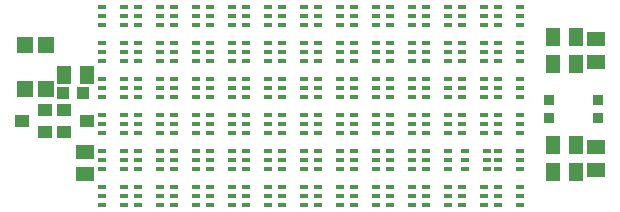
<source format=gbr>
G04 EAGLE Gerber RS-274X export*
G75*
%MOMM*%
%FSLAX34Y34*%
%LPD*%
%INSolderpaste Top*%
%IPPOS*%
%AMOC8*
5,1,8,0,0,1.08239X$1,22.5*%
G01*
%ADD10R,0.700000X0.350000*%
%ADD11R,1.400000X1.400000*%
%ADD12R,1.500000X1.240000*%
%ADD13R,1.240000X1.500000*%
%ADD14R,1.200000X1.000000*%
%ADD15R,1.075000X1.000000*%
%ADD16R,0.900000X0.900000*%


D10*
X76860Y45600D03*
X76860Y38100D03*
X76860Y30600D03*
X95860Y30600D03*
X95860Y38100D03*
X95860Y45600D03*
X107340Y45600D03*
X107340Y38100D03*
X107340Y30600D03*
X126340Y30600D03*
X126340Y38100D03*
X126340Y45600D03*
X137820Y45600D03*
X137820Y38100D03*
X137820Y30600D03*
X156820Y30600D03*
X156820Y38100D03*
X156820Y45600D03*
X168300Y45600D03*
X168300Y38100D03*
X168300Y30600D03*
X187300Y30600D03*
X187300Y38100D03*
X187300Y45600D03*
X198780Y45600D03*
X198780Y38100D03*
X198780Y30600D03*
X217780Y30600D03*
X217780Y38100D03*
X217780Y45600D03*
X229260Y45600D03*
X229260Y38100D03*
X229260Y30600D03*
X248260Y30600D03*
X248260Y38100D03*
X248260Y45600D03*
X259740Y45600D03*
X259740Y38100D03*
X259740Y30600D03*
X278740Y30600D03*
X278740Y38100D03*
X278740Y45600D03*
X290220Y45600D03*
X290220Y38100D03*
X290220Y30600D03*
X309220Y30600D03*
X309220Y38100D03*
X309220Y45600D03*
X76860Y76080D03*
X76860Y68580D03*
X76860Y61080D03*
X95860Y61080D03*
X95860Y68580D03*
X95860Y76080D03*
X107340Y76080D03*
X107340Y68580D03*
X107340Y61080D03*
X126340Y61080D03*
X126340Y68580D03*
X126340Y76080D03*
X137820Y76080D03*
X137820Y68580D03*
X137820Y61080D03*
X156820Y61080D03*
X156820Y68580D03*
X156820Y76080D03*
X168300Y76080D03*
X168300Y68580D03*
X168300Y61080D03*
X187300Y61080D03*
X187300Y68580D03*
X187300Y76080D03*
X198780Y76080D03*
X198780Y68580D03*
X198780Y61080D03*
X217780Y61080D03*
X217780Y68580D03*
X217780Y76080D03*
X229260Y76080D03*
X229260Y68580D03*
X229260Y61080D03*
X248260Y61080D03*
X248260Y68580D03*
X248260Y76080D03*
X259740Y76080D03*
X259740Y68580D03*
X259740Y61080D03*
X278740Y61080D03*
X278740Y68580D03*
X278740Y76080D03*
X290220Y76080D03*
X290220Y68580D03*
X290220Y61080D03*
X309220Y61080D03*
X309220Y68580D03*
X309220Y76080D03*
X76860Y106560D03*
X76860Y99060D03*
X76860Y91560D03*
X95860Y91560D03*
X95860Y99060D03*
X95860Y106560D03*
X107340Y106560D03*
X107340Y99060D03*
X107340Y91560D03*
X126340Y91560D03*
X126340Y99060D03*
X126340Y106560D03*
X137820Y106560D03*
X137820Y99060D03*
X137820Y91560D03*
X156820Y91560D03*
X156820Y99060D03*
X156820Y106560D03*
X168300Y106560D03*
X168300Y99060D03*
X168300Y91560D03*
X187300Y91560D03*
X187300Y99060D03*
X187300Y106560D03*
X198780Y106560D03*
X198780Y99060D03*
X198780Y91560D03*
X217780Y91560D03*
X217780Y99060D03*
X217780Y106560D03*
X229260Y106560D03*
X229260Y99060D03*
X229260Y91560D03*
X248260Y91560D03*
X248260Y99060D03*
X248260Y106560D03*
X259740Y106560D03*
X259740Y99060D03*
X259740Y91560D03*
X278740Y91560D03*
X278740Y99060D03*
X278740Y106560D03*
X290220Y106560D03*
X290220Y99060D03*
X290220Y91560D03*
X309220Y91560D03*
X309220Y99060D03*
X309220Y106560D03*
X76860Y137040D03*
X76860Y129540D03*
X76860Y122040D03*
X95860Y122040D03*
X95860Y129540D03*
X95860Y137040D03*
X107340Y137040D03*
X107340Y129540D03*
X107340Y122040D03*
X126340Y122040D03*
X126340Y129540D03*
X126340Y137040D03*
X137820Y137040D03*
X137820Y129540D03*
X137820Y122040D03*
X156820Y122040D03*
X156820Y129540D03*
X156820Y137040D03*
X168300Y137040D03*
X168300Y129540D03*
X168300Y122040D03*
X187300Y122040D03*
X187300Y129540D03*
X187300Y137040D03*
X198780Y137040D03*
X198780Y129540D03*
X198780Y122040D03*
X217780Y122040D03*
X217780Y129540D03*
X217780Y137040D03*
X229260Y137040D03*
X229260Y129540D03*
X229260Y122040D03*
X248260Y122040D03*
X248260Y129540D03*
X248260Y137040D03*
X259740Y137040D03*
X259740Y129540D03*
X259740Y122040D03*
X278740Y122040D03*
X278740Y129540D03*
X278740Y137040D03*
X290220Y137040D03*
X290220Y129540D03*
X290220Y122040D03*
X309220Y122040D03*
X309220Y129540D03*
X309220Y137040D03*
X76860Y167520D03*
X76860Y160020D03*
X76860Y152520D03*
X95860Y152520D03*
X95860Y160020D03*
X95860Y167520D03*
X107340Y167520D03*
X107340Y160020D03*
X107340Y152520D03*
X126340Y152520D03*
X126340Y160020D03*
X126340Y167520D03*
X137820Y167520D03*
X137820Y160020D03*
X137820Y152520D03*
X156820Y152520D03*
X156820Y160020D03*
X156820Y167520D03*
X168300Y167520D03*
X168300Y160020D03*
X168300Y152520D03*
X187300Y152520D03*
X187300Y160020D03*
X187300Y167520D03*
X198780Y167520D03*
X198780Y160020D03*
X198780Y152520D03*
X217780Y152520D03*
X217780Y160020D03*
X217780Y167520D03*
X229260Y167520D03*
X229260Y160020D03*
X229260Y152520D03*
X248260Y152520D03*
X248260Y160020D03*
X248260Y167520D03*
X259740Y167520D03*
X259740Y160020D03*
X259740Y152520D03*
X278740Y152520D03*
X278740Y160020D03*
X278740Y167520D03*
X290220Y167520D03*
X290220Y160020D03*
X290220Y152520D03*
X309220Y152520D03*
X309220Y160020D03*
X309220Y167520D03*
X76860Y198000D03*
X76860Y190500D03*
X76860Y183000D03*
X95860Y183000D03*
X95860Y190500D03*
X95860Y198000D03*
X107340Y198000D03*
X107340Y190500D03*
X107340Y183000D03*
X126340Y183000D03*
X126340Y190500D03*
X126340Y198000D03*
X137820Y198000D03*
X137820Y190500D03*
X137820Y183000D03*
X156820Y183000D03*
X156820Y190500D03*
X156820Y198000D03*
X168300Y198000D03*
X168300Y190500D03*
X168300Y183000D03*
X187300Y183000D03*
X187300Y190500D03*
X187300Y198000D03*
X198780Y198000D03*
X198780Y190500D03*
X198780Y183000D03*
X217780Y183000D03*
X217780Y190500D03*
X217780Y198000D03*
X229260Y198000D03*
X229260Y190500D03*
X229260Y183000D03*
X248260Y183000D03*
X248260Y190500D03*
X248260Y198000D03*
X259740Y198000D03*
X259740Y190500D03*
X259740Y183000D03*
X278740Y183000D03*
X278740Y190500D03*
X278740Y198000D03*
X290220Y198000D03*
X290220Y190500D03*
X290220Y183000D03*
X309220Y183000D03*
X309220Y190500D03*
X309220Y198000D03*
X320700Y45600D03*
X320700Y38100D03*
X320700Y30600D03*
X339700Y30600D03*
X339700Y38100D03*
X339700Y45600D03*
X351180Y45600D03*
X351180Y38100D03*
X351180Y30600D03*
X370180Y30600D03*
X370180Y38100D03*
X370180Y45600D03*
X381660Y45600D03*
X381660Y38100D03*
X381660Y30600D03*
X400660Y30600D03*
X400660Y38100D03*
X400660Y45600D03*
X412140Y45600D03*
X412140Y38100D03*
X412140Y30600D03*
X431140Y30600D03*
X431140Y38100D03*
X431140Y45600D03*
X320700Y76080D03*
X320700Y68580D03*
X320700Y61080D03*
X339700Y61080D03*
X339700Y68580D03*
X339700Y76080D03*
X351180Y76080D03*
X351180Y68580D03*
X351180Y61080D03*
X370180Y61080D03*
X370180Y68580D03*
X370180Y76080D03*
X384200Y76080D03*
X384200Y68580D03*
X384200Y61080D03*
X403200Y61080D03*
X403200Y68580D03*
X403200Y76080D03*
X412140Y76080D03*
X412140Y68580D03*
X412140Y61080D03*
X431140Y61080D03*
X431140Y68580D03*
X431140Y76080D03*
X320700Y106560D03*
X320700Y99060D03*
X320700Y91560D03*
X339700Y91560D03*
X339700Y99060D03*
X339700Y106560D03*
X351180Y106560D03*
X351180Y99060D03*
X351180Y91560D03*
X370180Y91560D03*
X370180Y99060D03*
X370180Y106560D03*
X381660Y106560D03*
X381660Y99060D03*
X381660Y91560D03*
X400660Y91560D03*
X400660Y99060D03*
X400660Y106560D03*
X412140Y106560D03*
X412140Y99060D03*
X412140Y91560D03*
X431140Y91560D03*
X431140Y99060D03*
X431140Y106560D03*
X320700Y137040D03*
X320700Y129540D03*
X320700Y122040D03*
X339700Y122040D03*
X339700Y129540D03*
X339700Y137040D03*
X351180Y137040D03*
X351180Y129540D03*
X351180Y122040D03*
X370180Y122040D03*
X370180Y129540D03*
X370180Y137040D03*
X381660Y137040D03*
X381660Y129540D03*
X381660Y122040D03*
X400660Y122040D03*
X400660Y129540D03*
X400660Y137040D03*
X412140Y137040D03*
X412140Y129540D03*
X412140Y122040D03*
X431140Y122040D03*
X431140Y129540D03*
X431140Y137040D03*
X320700Y167520D03*
X320700Y160020D03*
X320700Y152520D03*
X339700Y152520D03*
X339700Y160020D03*
X339700Y167520D03*
X351180Y167520D03*
X351180Y160020D03*
X351180Y152520D03*
X370180Y152520D03*
X370180Y160020D03*
X370180Y167520D03*
X381660Y167520D03*
X381660Y160020D03*
X381660Y152520D03*
X400660Y152520D03*
X400660Y160020D03*
X400660Y167520D03*
X412140Y167520D03*
X412140Y160020D03*
X412140Y152520D03*
X431140Y152520D03*
X431140Y160020D03*
X431140Y167520D03*
X320700Y198000D03*
X320700Y190500D03*
X320700Y183000D03*
X339700Y183000D03*
X339700Y190500D03*
X339700Y198000D03*
X351180Y198000D03*
X351180Y190500D03*
X351180Y183000D03*
X370180Y183000D03*
X370180Y190500D03*
X370180Y198000D03*
X381660Y198000D03*
X381660Y190500D03*
X381660Y183000D03*
X400660Y183000D03*
X400660Y190500D03*
X400660Y198000D03*
X412140Y198000D03*
X412140Y190500D03*
X412140Y183000D03*
X431140Y183000D03*
X431140Y190500D03*
X431140Y198000D03*
D11*
X29210Y128820D03*
X29210Y165820D03*
X11430Y128820D03*
X11430Y165820D03*
D12*
X495300Y79350D03*
X495300Y60350D03*
D13*
X478130Y81280D03*
X459130Y81280D03*
D12*
X495300Y170790D03*
X495300Y151790D03*
D13*
X478130Y172720D03*
X459130Y172720D03*
X478130Y149860D03*
X459130Y149860D03*
X478130Y58420D03*
X459130Y58420D03*
X64110Y140970D03*
X45110Y140970D03*
D12*
X62230Y75540D03*
X62230Y56540D03*
D14*
X9050Y101600D03*
X29050Y111100D03*
X29050Y92100D03*
D15*
X61205Y125095D03*
X44205Y125095D03*
D14*
X64610Y101600D03*
X44610Y92100D03*
X44610Y111100D03*
D16*
X496750Y119760D03*
X496750Y103760D03*
X455750Y103760D03*
X455750Y119760D03*
M02*

</source>
